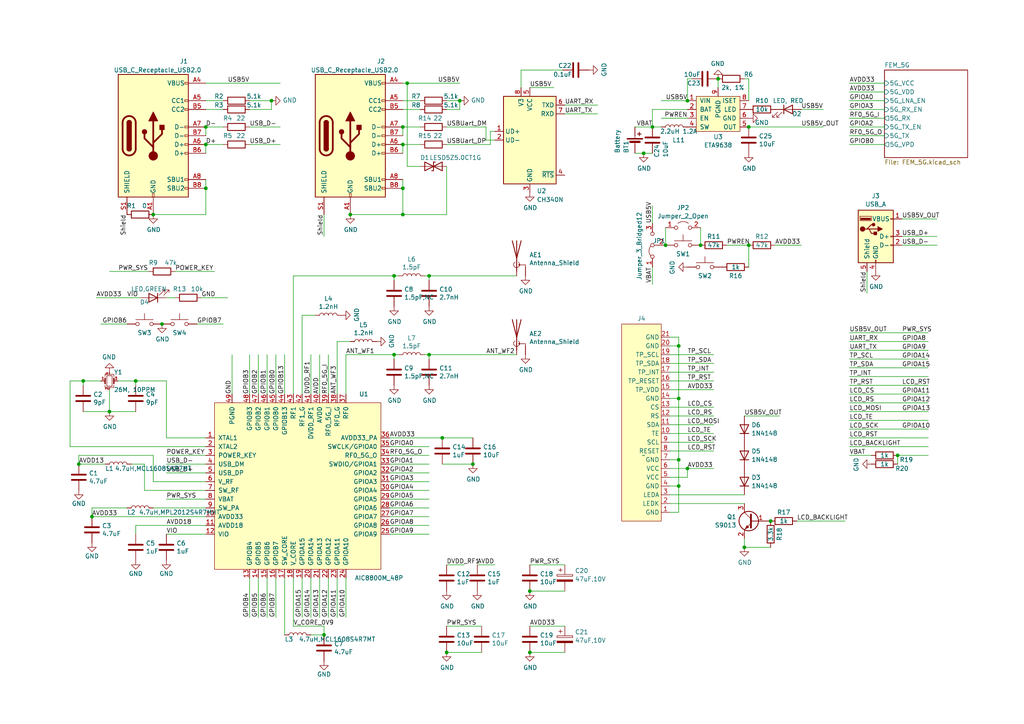
<source format=kicad_sch>
(kicad_sch (version 20230121) (generator eeschema)
  (paper "A4")
  (lib_symbols
    (symbol "Connector:USB_A" (pin_names (offset 1.016))
      (property "Reference" "J" (at -5.08 11.43 0))
      (property "Value" "USB_A" (at -5.08 8.89 0))
      (symbol "USB_A_1_1"
        (pin power_in line (at 7.62 5.08 180) (length 2.54) (name "VBUS") (number "1"))
        (pin bidirectional line (at 7.62 -2.54 180) (length 2.54) (name "D-") (number "2"))
        (pin bidirectional line (at 7.62 0 180) (length 2.54) (name "D+") (number "3"))
        (pin power_in line (at 0 -10.16 90) (length 2.54) (name "GND") (number "4"))
        (pin passive line (at -2.54 -10.16 90) (length 2.54) (name "Shield") (number "5"))
      )
    )
    (symbol "Connector:USB_C_Receptacle_USB2.0" (pin_names (offset 1.016))
      (property "Reference" "J" (at -10.16 19.05 0))
      (property "Value" "USB_C_Receptacle_USB2.0" (at 19.05 19.05 0))
      (symbol "USB_C_Receptacle_USB2.0_1_1"
        (pin passive line (at 0 -22.86 90) (length 5.08) (name "GND") (number "A1"))
        (pin passive line (at 0 -22.86 90) (length 5.08) hide (name "GND") (number "A12"))
        (pin passive line (at 15.24 15.24 180) (length 5.08) (name "VBUS") (number "A4"))
        (pin bidirectional line (at 15.24 10.16 180) (length 5.08) (name "CC1") (number "A5"))
        (pin bidirectional line (at 15.24 -2.54 180) (length 5.08) (name "D+") (number "A6"))
        (pin bidirectional line (at 15.24 2.54 180) (length 5.08) (name "D-") (number "A7"))
        (pin bidirectional line (at 15.24 -12.7 180) (length 5.08) (name "SBU1") (number "A8"))
        (pin passive line (at 15.24 15.24 180) (length 5.08) hide (name "VBUS") (number "A9"))
        (pin passive line (at 0 -22.86 90) (length 5.08) hide (name "GND") (number "B1"))
        (pin passive line (at 0 -22.86 90) (length 5.08) hide (name "GND") (number "B12"))
        (pin passive line (at 15.24 15.24 180) (length 5.08) hide (name "VBUS") (number "B4"))
        (pin bidirectional line (at 15.24 7.62 180) (length 5.08) (name "CC2") (number "B5"))
        (pin bidirectional line (at 15.24 -5.08 180) (length 5.08) (name "D+") (number "B6"))
        (pin bidirectional line (at 15.24 0 180) (length 5.08) (name "D-") (number "B7"))
        (pin bidirectional line (at 15.24 -15.24 180) (length 5.08) (name "SBU2") (number "B8"))
        (pin passive line (at 15.24 15.24 180) (length 5.08) hide (name "VBUS") (number "B9"))
        (pin passive line (at -7.62 -22.86 90) (length 5.08) (name "SHIELD") (number "S1"))
      )
    )
    (symbol "Device:Antenna_Shield" (pin_numbers hide) (pin_names (offset 1.016) hide)
      (property "Reference" "AE" (at -1.905 4.445 0))
      (property "Value" "Antenna_Shield" (at -1.905 2.54 0))
      (symbol "Antenna_Shield_1_1"
        (pin input line (at 0 -5.08 90) (length 2.54) (name "A") (number "1"))
        (pin input line (at 2.54 -5.08 90) (length 2.54) (name "Shield") (number "2"))
      )
    )
    (symbol "Device:Battery_Cell" (pin_numbers hide) (pin_names (offset 0) hide)
      (property "Reference" "BT" (at 2.54 2.54 0))
      (property "Value" "Battery_Cell" (at 2.54 0 0))
      (symbol "Battery_Cell_1_1"
        (pin passive line (at 0 5.08 270) (length 2.54) (name "+") (number "1"))
        (pin passive line (at 0 -2.54 90) (length 2.54) (name "-") (number "2"))
      )
    )
    (symbol "Device:C" (pin_numbers hide) (pin_names (offset 0.254))
      (property "Reference" "C" (at 0.635 2.54 0))
      (property "Value" "C" (at 0.635 -2.54 0))
      (symbol "C_1_1"
        (pin passive line (at 0 3.81 270) (length 2.794) (name "~") (number "1"))
        (pin passive line (at 0 -3.81 90) (length 2.794) (name "~") (number "2"))
      )
    )
    (symbol "Device:C_Polarized" (pin_numbers hide) (pin_names (offset 0.254))
      (property "Reference" "C" (at 0.635 2.54 0))
      (property "Value" "C_Polarized" (at 0.635 -2.54 0))
      (symbol "C_Polarized_1_1"
        (pin passive line (at 0 3.81 270) (length 2.794) (name "~") (number "1"))
        (pin passive line (at 0 -3.81 90) (length 2.794) (name "~") (number "2"))
      )
    )
    (symbol "Device:Crystal_GND24_Small" (pin_names (offset 1.016) hide)
      (property "Reference" "Y" (at 1.27 4.445 0))
      (property "Value" "Crystal_GND24_Small" (at 1.27 2.54 0))
      (symbol "Crystal_GND24_Small_1_1"
        (pin passive line (at -2.54 0 0) (length 1.27) (name "1") (number "1"))
        (pin passive line (at 0 -2.54 90) (length 0.635) (name "2") (number "2"))
        (pin passive line (at 2.54 0 180) (length 1.27) (name "3") (number "3"))
        (pin passive line (at 0 2.54 270) (length 0.635) (name "4") (number "4"))
      )
    )
    (symbol "Device:D_TVS" (pin_numbers hide) (pin_names (offset 1.016) hide)
      (property "Reference" "D" (at 0 2.54 0))
      (property "Value" "D_TVS" (at 0 -2.54 0))
      (symbol "D_TVS_1_1"
        (pin passive line (at -3.81 0 0) (length 2.54) (name "A1") (number "1"))
        (pin passive line (at 3.81 0 180) (length 2.54) (name "A2") (number "2"))
      )
    )
    (symbol "Device:L" (pin_numbers hide) (pin_names (offset 1.016) hide)
      (property "Reference" "L" (at -1.27 0 90))
      (property "Value" "L" (at 1.905 0 90))
      (symbol "L_1_1"
        (pin passive line (at 0 3.81 270) (length 1.27) (name "1") (number "1"))
        (pin passive line (at 0 -3.81 90) (length 1.27) (name "2") (number "2"))
      )
    )
    (symbol "Device:LED" (pin_numbers hide) (pin_names (offset 1.016) hide)
      (property "Reference" "D" (at 0 2.54 0))
      (property "Value" "LED" (at 0 -2.54 0))
      (symbol "LED_1_1"
        (pin passive line (at -3.81 0 0) (length 2.54) (name "K") (number "1"))
        (pin passive line (at 3.81 0 180) (length 2.54) (name "A") (number "2"))
      )
    )
    (symbol "Device:Q_NPN_BEC" (pin_names (offset 0) hide)
      (property "Reference" "Q" (at 5.08 1.27 0))
      (property "Value" "Q_NPN_BEC" (at 5.08 -1.27 0))
      (symbol "Q_NPN_BEC_1_1"
        (pin input line (at -5.08 0 0) (length 5.715) (name "B") (number "1"))
        (pin passive line (at 2.54 -5.08 90) (length 2.54) (name "E") (number "2"))
        (pin passive line (at 2.54 5.08 270) (length 2.54) (name "C") (number "3"))
      )
    )
    (symbol "Device:R" (pin_numbers hide) (pin_names (offset 0))
      (property "Reference" "R" (at 2.032 0 90))
      (property "Value" "R" (at 0 0 90))
      (symbol "R_1_1"
        (pin passive line (at 0 3.81 270) (length 1.27) (name "~") (number "1"))
        (pin passive line (at 0 -3.81 90) (length 1.27) (name "~") (number "2"))
      )
    )
    (symbol "Diode:1N4148" (pin_numbers hide) (pin_names hide)
      (property "Reference" "D" (at 0 2.54 0))
      (property "Value" "1N4148" (at 0 -2.54 0))
      (symbol "1N4148_1_1"
        (pin passive line (at -3.81 0 0) (length 2.54) (name "K") (number "1"))
        (pin passive line (at 3.81 0 180) (length 2.54) (name "A") (number "2"))
      )
    )
    (symbol "Jumper:Jumper_2_Open" (pin_names (offset 0) hide)
      (property "Reference" "JP" (at 0 2.794 0))
      (property "Value" "Jumper_2_Open" (at 0 -2.286 0))
      (symbol "Jumper_2_Open_1_1"
        (pin passive line (at -5.08 0 0) (length 2.54) (name "A") (number "1"))
        (pin passive line (at 5.08 0 180) (length 2.54) (name "B") (number "2"))
      )
    )
    (symbol "Jumper:Jumper_3_Bridged12" (pin_names (offset 0) hide)
      (property "Reference" "JP" (at -2.54 -2.54 0))
      (property "Value" "Jumper_3_Bridged12" (at 0 2.794 0))
      (symbol "Jumper_3_Bridged12_1_1"
        (pin passive line (at -6.35 0 0) (length 2.54) (name "A") (number "1"))
        (pin passive line (at 0 -3.81 90) (length 2.54) (name "C") (number "2"))
        (pin passive line (at 6.35 0 180) (length 2.54) (name "B") (number "3"))
      )
    )
    (symbol "Switch:SW_Push" (pin_numbers hide) (pin_names (offset 1.016) hide)
      (property "Reference" "SW" (at 1.27 2.54 0))
      (property "Value" "SW_Push" (at 0 -1.524 0))
      (symbol "SW_Push_0_1"
        (pin passive line (at -5.08 0 0) (length 2.54) (name "1") (number "1"))
        (pin passive line (at 5.08 0 180) (length 2.54) (name "2") (number "2"))
      )
    )
    (symbol "VSF:AIC8800M_48P" (pin_names (offset 1.016))
      (property "Reference" "U" (at 19.05 26.67 0))
      (property "Value" "AIC8800M_48P" (at 21.59 -25.4 0))
      (symbol "AIC8800M_48P_1_1"
        (pin bidirectional line (at -26.67 13.97 0) (length 2.54) (name "XTAL1") (number "1"))
        (pin power_in line (at -26.67 -8.89 0) (length 2.54) (name "AVDD33") (number "10"))
        (pin power_in line (at -26.67 -11.43 0) (length 2.54) (name "AVDD18") (number "11"))
        (pin power_in line (at -26.67 -13.97 0) (length 2.54) (name "VIO") (number "12"))
        (pin bidirectional line (at -13.97 -26.67 90) (length 2.54) (name "GPIOB4") (number "13"))
        (pin bidirectional line (at -11.43 -26.67 90) (length 2.54) (name "GPIOB5") (number "14"))
        (pin bidirectional line (at -8.89 -26.67 90) (length 2.54) (name "GPIOB6") (number "15"))
        (pin bidirectional line (at -6.35 -26.67 90) (length 2.54) (name "GPIOB7") (number "16"))
        (pin power_out line (at -3.81 -26.67 90) (length 2.54) (name "SW_CORE") (number "17"))
        (pin power_in line (at -1.27 -26.67 90) (length 2.54) (name "V_CORE") (number "18"))
        (pin bidirectional line (at 1.27 -26.67 90) (length 2.54) (name "GPIOA15") (number "19"))
        (pin bidirectional line (at -26.67 11.43 0) (length 2.54) (name "XTAL2") (number "2"))
        (pin bidirectional line (at 3.81 -26.67 90) (length 2.54) (name "GPIOA14") (number "20"))
        (pin bidirectional line (at 6.35 -26.67 90) (length 2.54) (name "GPIOA13") (number "21"))
        (pin bidirectional line (at 8.89 -26.67 90) (length 2.54) (name "GPIOA12") (number "22"))
        (pin bidirectional line (at 11.43 -26.67 90) (length 2.54) (name "GPIOA11") (number "23"))
        (pin bidirectional line (at 13.97 -26.67 90) (length 2.54) (name "GPIOA10") (number "24"))
        (pin bidirectional line (at 26.67 -13.97 180) (length 2.54) (name "GPIOA9") (number "25"))
        (pin bidirectional line (at 26.67 -11.43 180) (length 2.54) (name "GPIOA8") (number "26"))
        (pin bidirectional line (at 26.67 -8.89 180) (length 2.54) (name "GPIOA7") (number "27"))
        (pin bidirectional line (at 26.67 -6.35 180) (length 2.54) (name "GPIOA6") (number "28"))
        (pin bidirectional line (at 26.67 -3.81 180) (length 2.54) (name "GPIOA5") (number "29"))
        (pin input line (at -26.67 8.89 0) (length 2.54) (name "POWER_KEY") (number "3"))
        (pin bidirectional line (at 26.67 -1.27 180) (length 2.54) (name "GPIOA4") (number "30"))
        (pin bidirectional line (at 26.67 1.27 180) (length 2.54) (name "GPIOA3") (number "31"))
        (pin bidirectional line (at 26.67 3.81 180) (length 2.54) (name "GPIOA2") (number "32"))
        (pin bidirectional line (at 26.67 6.35 180) (length 2.54) (name "SWDIO/GPIOA1") (number "33"))
        (pin bidirectional line (at 26.67 8.89 180) (length 2.54) (name "RF0_5G_O") (number "34"))
        (pin bidirectional line (at 26.67 11.43 180) (length 2.54) (name "SWCLK/GPIOA0") (number "35"))
        (pin bidirectional line (at 26.67 13.97 180) (length 2.54) (name "AVDD33_PA") (number "36"))
        (pin bidirectional line (at 13.97 26.67 270) (length 2.54) (name "RF0") (number "37"))
        (pin bidirectional line (at 11.43 26.67 270) (length 2.54) (name "RF0_G") (number "38"))
        (pin bidirectional line (at 8.89 26.67 270) (length 2.54) (name "RF0_5G_I") (number "39"))
        (pin bidirectional line (at -26.67 6.35 0) (length 2.54) (name "USB_DM") (number "4"))
        (pin power_in line (at 6.35 26.67 270) (length 2.54) (name "AVDD") (number "40"))
        (pin power_in line (at 3.81 26.67 270) (length 2.54) (name "DVDD_RF1") (number "41"))
        (pin bidirectional line (at 1.27 26.67 270) (length 2.54) (name "RF1_G") (number "42"))
        (pin bidirectional line (at -1.27 26.67 270) (length 2.54) (name "RF1") (number "43"))
        (pin bidirectional line (at -3.81 26.67 270) (length 2.54) (name "GPIOB13") (number "44"))
        (pin bidirectional line (at -6.35 26.67 270) (length 2.54) (name "GPIOB0") (number "45"))
        (pin bidirectional line (at -8.89 26.67 270) (length 2.54) (name "GPIOB1") (number "46"))
        (pin bidirectional line (at -11.43 26.67 270) (length 2.54) (name "GPIOB2") (number "47"))
        (pin bidirectional line (at -13.97 26.67 270) (length 2.54) (name "GPIOB3") (number "48"))
        (pin power_in line (at -19.05 26.67 270) (length 2.54) (name "PGND") (number "49"))
        (pin bidirectional line (at -26.67 3.81 0) (length 2.54) (name "USB_DP") (number "5"))
        (pin power_in line (at -26.67 1.27 0) (length 2.54) (name "V_RF") (number "6"))
        (pin power_out line (at -26.67 -1.27 0) (length 2.54) (name "SW_RF") (number "7"))
        (pin power_in line (at -26.67 -3.81 0) (length 2.54) (name "VBAT") (number "8"))
        (pin power_out line (at -26.67 -6.35 0) (length 2.54) (name "SW_PA") (number "9"))
      )
    )
    (symbol "VSF:CH340N"
      (property "Reference" "U" (at -6.985 13.97 0))
      (property "Value" "CH340N" (at 5.08 13.97 0))
      (symbol "CH340N_1_1"
        (pin bidirectional line (at -10.16 2.54 0) (length 2.54) (name "UD+") (number "1"))
        (pin bidirectional line (at -10.16 0 0) (length 2.54) (name "UD-") (number "2"))
        (pin power_in line (at 0 -15.24 90) (length 2.54) (name "GND") (number "3"))
        (pin output line (at 10.16 -10.16 180) (length 2.54) (name "~{RTS}") (number "4"))
        (pin power_in line (at 0 15.24 270) (length 2.54) (name "VCC") (number "5"))
        (pin output line (at 10.16 10.16 180) (length 2.54) (name "TXD") (number "6"))
        (pin input line (at 10.16 7.62 180) (length 2.54) (name "RXD") (number "7"))
        (pin passive line (at -2.54 15.24 270) (length 2.54) (name "V3") (number "8"))
      )
    )
    (symbol "VSF:ETA9638" (pin_names (offset 1.016))
      (property "Reference" "U" (at -5.08 6.35 0))
      (property "Value" "ETA9638" (at 3.81 -6.35 0))
      (symbol "ETA9638_1_1"
        (pin power_in line (at -8.89 3.81 0) (length 2.54) (name "VIN") (number "1"))
        (pin bidirectional line (at -8.89 1.27 0) (length 2.54) (name "BAT") (number "2"))
        (pin bidirectional line (at -8.89 -1.27 0) (length 2.54) (name "EN") (number "3"))
        (pin bidirectional line (at -8.89 -3.81 0) (length 2.54) (name "SW") (number "4"))
        (pin bidirectional line (at 8.89 -3.81 180) (length 2.54) (name "OUT") (number "5"))
        (pin power_in line (at 8.89 -1.27 180) (length 2.54) (name "GND") (number "6"))
        (pin bidirectional line (at 8.89 1.27 180) (length 2.54) (name "LED") (number "7"))
        (pin bidirectional line (at 8.89 3.81 180) (length 2.54) (name "ISET") (number "8"))
        (pin power_in line (at 0 7.62 270) (length 2.54) (name "PGND") (number "9"))
      )
    )
    (symbol "VSF:HXR20062C21"
      (property "Reference" "J" (at -6.35 30.48 0))
      (symbol "HXR20062C21_1_1"
        (pin input line (at 2.54 -25.4 180) (length 2.54) (name "GND") (number "1"))
        (pin input line (at 2.54 -2.54 180) (length 2.54) (name "TE") (number "10"))
        (pin input line (at 2.54 0 180) (length 2.54) (name "SDA") (number "11"))
        (pin input line (at 2.54 2.54 180) (length 2.54) (name "RS") (number "12"))
        (pin input line (at 2.54 5.08 180) (length 2.54) (name "CS") (number "13"))
        (pin input line (at 2.54 7.62 180) (length 2.54) (name "GND") (number "14"))
        (pin input line (at 2.54 10.16 180) (length 2.54) (name "TP_VDD") (number "15"))
        (pin input line (at 2.54 12.7 180) (length 2.54) (name "TP_RESET") (number "16"))
        (pin input line (at 2.54 15.24 180) (length 2.54) (name "TP_INT") (number "17"))
        (pin input line (at 2.54 17.78 180) (length 2.54) (name "TP_SDA") (number "18"))
        (pin input line (at 2.54 20.32 180) (length 2.54) (name "TP_SCL") (number "19"))
        (pin input line (at 2.54 -22.86 180) (length 2.54) (name "LEDK") (number "2"))
        (pin input line (at 2.54 22.86 180) (length 2.54) (name "GND") (number "20"))
        (pin input line (at 2.54 25.4 180) (length 2.54) (name "GND") (number "21"))
        (pin input line (at 2.54 -20.32 180) (length 2.54) (name "LEDA") (number "3"))
        (pin input line (at 2.54 -17.78 180) (length 2.54) (name "GND") (number "4"))
        (pin input line (at 2.54 -15.24 180) (length 2.54) (name "VCC") (number "5"))
        (pin input line (at 2.54 -12.7 180) (length 2.54) (name "VCC") (number "6"))
        (pin input line (at 2.54 -10.16 180) (length 2.54) (name "GND") (number "7"))
        (pin input line (at 2.54 -7.62 180) (length 2.54) (name "RESET") (number "8"))
        (pin input line (at 2.54 -5.08 180) (length 2.54) (name "SCL") (number "9"))
      )
    )
    (symbol "power:GND" (power) (pin_names (offset 0))
      (property "Value" "GND" (at 0 -3.81 0))
      (symbol "GND_1_1"
        (pin power_in line (at 0 0 270) (length 0) hide (name "GND") (number "1"))
      )
    )
  )
  (junction (at 137.16 134.62))
  (junction (at 101.6 62.23))
  (junction (at 59.69 41.91))
  (junction (at 153.67 189.23))
  (junction (at 215.9 158.75))
  (junction (at 133.35 29.21))
  (junction (at 196.85 133.35))
  (junction (at 59.69 54.61))
  (junction (at 208.28 22.86))
  (junction (at 193.04 71.12))
  (junction (at 46.99 93.98))
  (junction (at 186.69 44.45))
  (junction (at 199.39 135.89))
  (junction (at 129.54 189.23))
  (junction (at 217.17 71.12))
  (junction (at 203.2 71.12))
  (junction (at 124.46 102.87))
  (junction (at 196.85 100.33))
  (junction (at 196.85 140.97))
  (junction (at 116.84 41.91))
  (junction (at 124.46 80.01))
  (junction (at 114.3 102.87))
  (junction (at 260.35 132.08))
  (junction (at 116.84 62.23))
  (junction (at 223.52 151.13))
  (junction (at 153.67 171.45))
  (junction (at 116.84 36.83))
  (junction (at 24.13 110.49))
  (junction (at 196.85 115.57))
  (junction (at 118.11 24.13))
  (junction (at 199.39 29.21))
  (junction (at 31.75 119.38))
  (junction (at 26.67 149.86))
  (junction (at 78.74 29.21))
  (junction (at 22.86 134.62))
  (junction (at 93.98 184.15))
  (junction (at 116.84 54.61))
  (junction (at 128.27 127))
  (junction (at 44.45 62.23))
  (junction (at 59.69 36.83))
  (junction (at 189.23 36.83))
  (junction (at 39.37 110.49))
  (junction (at 114.3 80.01))
  (junction (at 217.17 36.83))
  (wire (pts (xy 199.39 29.21) (xy 199.39 22.86)))
  (wire (pts (xy 82.55 167.64) (xy 82.55 184.15)))
  (wire (pts (xy 118.11 48.26) (xy 118.11 24.13)))
  (wire (pts (xy 208.28 22.86) (xy 208.28 25.4)))
  (wire (pts (xy 116.84 24.13) (xy 118.11 24.13)))
  (wire (pts (xy 74.93 179.07) (xy 74.93 167.64)))
  (wire (pts (xy 124.46 154.94) (xy 113.03 154.94)))
  (wire (pts (xy 123.19 102.87) (xy 124.46 102.87)))
  (wire (pts (xy 58.42 86.36) (xy 66.04 86.36)))
  (wire (pts (xy 59.69 54.61) (xy 59.69 62.23)))
  (wire (pts (xy 74.93 114.3) (xy 74.93 102.87)))
  (wire (pts (xy 231.14 151.13) (xy 245.11 151.13)))
  (wire (pts (xy 59.69 44.45) (xy 59.69 41.91)))
  (wire (pts (xy 186.69 44.45) (xy 189.23 44.45)))
  (wire (pts (xy 189.23 31.75) (xy 189.23 36.83)))
  (wire (pts (xy 163.83 171.45) (xy 153.67 171.45)))
  (wire (pts (xy 124.46 102.87) (xy 149.86 102.87)))
  (wire (pts (xy 194.31 138.43) (xy 199.39 138.43)))
  (wire (pts (xy 261.62 63.5) (xy 271.78 63.5)))
  (wire (pts (xy 163.83 189.23) (xy 153.67 189.23)))
  (wire (pts (xy 77.47 179.07) (xy 77.47 167.64)))
  (wire (pts (xy 224.79 71.12) (xy 232.41 71.12)))
  (wire (pts (xy 246.38 132.08) (xy 252.73 132.08)))
  (wire (pts (xy 124.46 102.87) (xy 124.46 104.14)))
  (wire (pts (xy 20.32 129.54) (xy 20.32 110.49)))
  (wire (pts (xy 246.38 39.37) (xy 256.54 39.37)))
  (wire (pts (xy 64.77 31.75) (xy 59.69 31.75)))
  (wire (pts (xy 101.6 62.23) (xy 116.84 62.23)))
  (wire (pts (xy 194.31 146.05) (xy 215.9 146.05)))
  (wire (pts (xy 196.85 100.33) (xy 194.31 100.33)))
  (wire (pts (xy 194.31 143.51) (xy 215.9 143.51)))
  (wire (pts (xy 246.38 26.67) (xy 256.54 26.67)))
  (wire (pts (xy 48.26 110.49) (xy 48.26 127)))
  (wire (pts (xy 246.38 101.6) (xy 269.24 101.6)))
  (wire (pts (xy 80.01 179.07) (xy 80.01 167.64)))
  (wire (pts (xy 22.86 132.08) (xy 22.86 134.62)))
  (wire (pts (xy 59.69 132.08) (xy 48.26 132.08)))
  (wire (pts (xy 251.46 78.74) (xy 251.46 85.09)))
  (wire (pts (xy 246.38 36.83) (xy 256.54 36.83)))
  (wire (pts (xy 26.67 147.32) (xy 26.67 149.86)))
  (wire (pts (xy 194.31 102.87) (xy 207.01 102.87)))
  (wire (pts (xy 20.32 110.49) (xy 24.13 110.49)))
  (wire (pts (xy 215.9 22.86) (xy 217.17 22.86)))
  (wire (pts (xy 260.35 132.08) (xy 260.35 134.62)))
  (wire (pts (xy 24.13 119.38) (xy 31.75 119.38)))
  (wire (pts (xy 194.31 135.89) (xy 199.39 135.89)))
  (wire (pts (xy 191.77 34.29) (xy 199.39 34.29)))
  (wire (pts (xy 121.92 31.75) (xy 116.84 31.75)))
  (wire (pts (xy 57.15 93.98) (xy 64.77 93.98)))
  (wire (pts (xy 44.45 147.32) (xy 59.69 147.32)))
  (wire (pts (xy 97.79 99.06) (xy 101.6 99.06)))
  (wire (pts (xy 64.77 29.21) (xy 59.69 29.21)))
  (wire (pts (xy 189.23 36.83) (xy 191.77 36.83)))
  (wire (pts (xy 116.84 41.91) (xy 116.84 44.45)))
  (wire (pts (xy 114.3 81.28) (xy 114.3 80.01)))
  (wire (pts (xy 95.25 114.3) (xy 95.25 102.87)))
  (wire (pts (xy 194.31 128.27) (xy 207.01 128.27)))
  (wire (pts (xy 97.79 179.07) (xy 97.79 167.64)))
  (wire (pts (xy 90.17 184.15) (xy 93.98 184.15)))
  (wire (pts (xy 116.84 54.61) (xy 116.84 62.23)))
  (wire (pts (xy 44.45 139.7) (xy 59.69 139.7)))
  (wire (pts (xy 26.67 147.32) (xy 36.83 147.32)))
  (wire (pts (xy 41.91 142.24) (xy 41.91 134.62)))
  (wire (pts (xy 97.79 99.06) (xy 97.79 114.3)))
  (wire (pts (xy 246.38 96.52) (xy 269.24 96.52)))
  (wire (pts (xy 217.17 36.83) (xy 238.76 36.83)))
  (wire (pts (xy 26.67 149.86) (xy 59.69 149.86)))
  (wire (pts (xy 194.31 107.95) (xy 207.01 107.95)))
  (wire (pts (xy 138.43 163.83) (xy 143.51 163.83)))
  (wire (pts (xy 80.01 114.3) (xy 80.01 102.87)))
  (wire (pts (xy 85.09 167.64) (xy 85.09 181.61)))
  (wire (pts (xy 92.71 179.07) (xy 92.71 167.64)))
  (wire (pts (xy 115.57 102.87) (xy 114.3 102.87)))
  (wire (pts (xy 128.27 127) (xy 137.16 127)))
  (wire (pts (xy 72.39 31.75) (xy 78.74 31.75)))
  (wire (pts (xy 246.38 29.21) (xy 256.54 29.21)))
  (wire (pts (xy 196.85 148.59) (xy 196.85 140.97)))
  (wire (pts (xy 153.67 163.83) (xy 163.83 163.83)))
  (wire (pts (xy 129.54 163.83) (xy 134.62 163.83)))
  (wire (pts (xy 116.84 52.07) (xy 116.84 54.61)))
  (wire (pts (xy 210.82 71.12) (xy 217.17 71.12)))
  (wire (pts (xy 90.17 102.87) (xy 90.17 114.3)))
  (wire (pts (xy 44.45 132.08) (xy 22.86 132.08)))
  (wire (pts (xy 153.67 25.4) (xy 160.655 25.4)))
  (wire (pts (xy 34.29 110.49) (xy 39.37 110.49)))
  (wire (pts (xy 118.11 48.26) (xy 121.92 48.26)))
  (wire (pts (xy 72.39 179.07) (xy 72.39 167.64)))
  (wire (pts (xy 129.54 48.26) (xy 129.54 62.23)))
  (wire (pts (xy 121.92 29.21) (xy 116.84 29.21)))
  (wire (pts (xy 133.35 31.75) (xy 133.35 29.21)))
  (wire (pts (xy 246.38 119.38) (xy 269.24 119.38)))
  (wire (pts (xy 77.47 114.3) (xy 77.47 102.87)))
  (wire (pts (xy 39.37 152.4) (xy 39.37 154.94)))
  (wire (pts (xy 194.31 118.11) (xy 207.01 118.11)))
  (wire (pts (xy 246.38 127) (xy 269.24 127)))
  (wire (pts (xy 123.19 80.01) (xy 124.46 80.01)))
  (wire (pts (xy 24.13 110.49) (xy 29.21 110.49)))
  (wire (pts (xy 189.23 77.47) (xy 189.23 82.55)))
  (wire (pts (xy 100.33 102.87) (xy 114.3 102.87)))
  (wire (pts (xy 129.54 36.83) (xy 140.97 36.83)))
  (wire (pts (xy 246.38 109.22) (xy 269.24 109.22)))
  (wire (pts (xy 124.46 147.32) (xy 113.03 147.32)))
  (wire (pts (xy 59.69 41.91) (xy 64.77 41.91)))
  (wire (pts (xy 59.69 127) (xy 48.26 127)))
  (wire (pts (xy 153.67 181.61) (xy 163.83 181.61)))
  (wire (pts (xy 114.3 104.14) (xy 114.3 102.87)))
  (wire (pts (xy 124.46 134.62) (xy 113.03 134.62)))
  (wire (pts (xy 27.94 86.36) (xy 40.64 86.36)))
  (wire (pts (xy 246.38 124.46) (xy 269.24 124.46)))
  (wire (pts (xy 59.69 134.62) (xy 48.26 134.62)))
  (wire (pts (xy 59.69 137.16) (xy 48.26 137.16)))
  (wire (pts (xy 246.38 121.92) (xy 269.24 121.92)))
  (wire (pts (xy 194.31 125.73) (xy 207.01 125.73)))
  (wire (pts (xy 140.97 36.83) (xy 140.97 40.64)))
  (wire (pts (xy 246.38 34.29) (xy 256.54 34.29)))
  (wire (pts (xy 85.09 80.01) (xy 114.3 80.01)))
  (wire (pts (xy 93.98 62.23) (xy 93.98 68.58)))
  (wire (pts (xy 87.63 91.44) (xy 91.44 91.44)))
  (wire (pts (xy 163.83 30.48) (xy 173.355 30.48)))
  (wire (pts (xy 261.62 68.58) (xy 271.78 68.58)))
  (wire (pts (xy 116.84 36.83) (xy 116.84 39.37)))
  (wire (pts (xy 151.13 20.32) (xy 151.13 25.4)))
  (wire (pts (xy 95.25 179.07) (xy 95.25 167.64)))
  (wire (pts (xy 59.69 24.13) (xy 81.28 24.13)))
  (wire (pts (xy 90.17 179.07) (xy 90.17 167.64)))
  (wire (pts (xy 121.92 41.91) (xy 116.84 41.91)))
  (wire (pts (xy 163.83 33.02) (xy 173.355 33.02)))
  (wire (pts (xy 215.9 120.65) (xy 226.06 120.65)))
  (wire (pts (xy 124.46 129.54) (xy 113.03 129.54)))
  (wire (pts (xy 87.63 179.07) (xy 87.63 167.64)))
  (wire (pts (xy 191.77 29.21) (xy 199.39 29.21)))
  (wire (pts (xy 124.46 142.24) (xy 113.03 142.24)))
  (wire (pts (xy 29.21 93.98) (xy 36.83 93.98)))
  (wire (pts (xy 194.31 148.59) (xy 196.85 148.59)))
  (wire (pts (xy 31.75 78.74) (xy 43.18 78.74)))
  (wire (pts (xy 31.75 113.03) (xy 31.75 119.38)))
  (wire (pts (xy 194.31 110.49) (xy 207.01 110.49)))
  (wire (pts (xy 217.17 29.21) (xy 217.17 22.86)))
  (wire (pts (xy 196.85 133.35) (xy 196.85 115.57)))
  (wire (pts (xy 232.41 31.75) (xy 238.76 31.75)))
  (wire (pts (xy 50.8 78.74) (xy 62.23 78.74)))
  (wire (pts (xy 59.69 52.07) (xy 59.69 54.61)))
  (wire (pts (xy 59.69 39.37) (xy 59.69 36.83)))
  (wire (pts (xy 142.24 38.1) (xy 143.51 38.1)))
  (wire (pts (xy 124.46 80.01) (xy 124.46 81.28)))
  (wire (pts (xy 48.26 154.94) (xy 59.69 154.94)))
  (wire (pts (xy 72.39 29.21) (xy 78.74 29.21)))
  (wire (pts (xy 199.39 31.75) (xy 189.23 31.75)))
  (wire (pts (xy 92.71 114.3) (xy 92.71 102.87)))
  (wire (pts (xy 223.52 158.75) (xy 215.9 158.75)))
  (wire (pts (xy 246.38 99.06) (xy 269.24 99.06)))
  (wire (pts (xy 93.98 181.61) (xy 93.98 184.15)))
  (wire (pts (xy 194.31 123.19) (xy 207.01 123.19)))
  (wire (pts (xy 59.69 144.78) (xy 48.26 144.78)))
  (wire (pts (xy 129.54 181.61) (xy 139.7 181.61)))
  (wire (pts (xy 118.11 24.13) (xy 133.35 24.13)))
  (wire (pts (xy 194.31 130.81) (xy 207.01 130.81)))
  (wire (pts (xy 116.84 36.83) (xy 121.92 36.83)))
  (wire (pts (xy 194.31 140.97) (xy 196.85 140.97)))
  (wire (pts (xy 85.09 181.61) (xy 93.98 181.61)))
  (wire (pts (xy 128.27 134.62) (xy 137.16 134.62)))
  (wire (pts (xy 193.04 66.04) (xy 193.04 71.12)))
  (wire (pts (xy 87.63 91.44) (xy 87.63 114.3)))
  (wire (pts (xy 246.38 31.75) (xy 256.54 31.75)))
  (wire (pts (xy 129.54 41.91) (xy 142.24 41.91)))
  (wire (pts (xy 196.85 115.57) (xy 196.85 100.33)))
  (wire (pts (xy 246.38 24.13) (xy 256.54 24.13)))
  (wire (pts (xy 246.38 114.3) (xy 269.24 114.3)))
  (wire (pts (xy 194.31 105.41) (xy 207.01 105.41)))
  (wire (pts (xy 124.46 80.01) (xy 149.86 80.01)))
  (wire (pts (xy 246.38 41.91) (xy 256.54 41.91)))
  (wire (pts (xy 129.54 31.75) (xy 133.35 31.75)))
  (wire (pts (xy 215.9 156.21) (xy 215.9 158.75)))
  (wire (pts (xy 44.45 62.23) (xy 59.69 62.23)))
  (wire (pts (xy 142.24 41.91) (xy 142.24 38.1)))
  (wire (pts (xy 246.38 106.68) (xy 269.24 106.68)))
  (wire (pts (xy 199.39 135.89) (xy 207.01 135.89)))
  (wire (pts (xy 140.97 40.64) (xy 143.51 40.64)))
  (wire (pts (xy 196.85 97.79) (xy 196.85 100.33)))
  (wire (pts (xy 78.74 31.75) (xy 78.74 29.21)))
  (wire (pts (xy 194.31 97.79) (xy 196.85 97.79)))
  (wire (pts (xy 50.8 86.36) (xy 48.26 86.36)))
  (wire (pts (xy 246.38 116.84) (xy 269.24 116.84)))
  (wire (pts (xy 129.54 29.21) (xy 133.35 29.21)))
  (wire (pts (xy 39.37 110.49) (xy 39.37 111.76)))
  (wire (pts (xy 72.39 36.83) (xy 81.28 36.83)))
  (wire (pts (xy 113.03 132.08) (xy 124.46 132.08)))
  (wire (pts (xy 151.13 20.32) (xy 163.195 20.32)))
  (wire (pts (xy 203.2 66.04) (xy 203.2 71.12)))
  (wire (pts (xy 59.69 36.83) (xy 64.77 36.83)))
  (wire (pts (xy 129.54 62.23) (xy 116.84 62.23)))
  (wire (pts (xy 260.35 132.08) (xy 269.24 132.08)))
  (wire (pts (xy 20.32 129.54) (xy 59.69 129.54)))
  (wire (pts (xy 196.85 140.97) (xy 196.85 133.35)))
  (wire (pts (xy 184.15 44.45) (xy 186.69 44.45)))
  (wire (pts (xy 113.03 127) (xy 128.27 127)))
  (wire (pts (xy 124.46 144.78) (xy 113.03 144.78)))
  (wire (pts (xy 124.46 152.4) (xy 113.03 152.4)))
  (wire (pts (xy 194.31 113.03) (xy 207.01 113.03)))
  (wire (pts (xy 41.91 142.24) (xy 59.69 142.24)))
  (wire (pts (xy 189.23 59.69) (xy 189.23 64.77)))
  (wire (pts (xy 124.46 139.7) (xy 113.03 139.7)))
  (wire (pts (xy 124.46 137.16) (xy 113.03 137.16)))
  (wire (pts (xy 246.38 104.14) (xy 269.24 104.14)))
  (wire (pts (xy 194.31 133.35) (xy 196.85 133.35)))
  (wire (pts (xy 24.13 111.76) (xy 24.13 110.49)))
  (wire (pts (xy 199.39 135.89) (xy 199.39 138.43)))
  (wire (pts (xy 39.37 152.4) (xy 59.69 152.4)))
  (wire (pts (xy 44.45 139.7) (xy 44.45 132.08)))
  (wire (pts (xy 139.7 189.23) (xy 129.54 189.23)))
  (wire (pts (xy 115.57 80.01) (xy 114.3 80.01)))
  (wire (pts (xy 194.31 120.65) (xy 207.01 120.65)))
  (wire (pts (xy 72.39 114.3) (xy 72.39 102.87)))
  (wire (pts (xy 261.62 71.12) (xy 271.78 71.12)))
  (wire (pts (xy 246.38 111.76) (xy 269.24 111.76)))
  (wire (pts (xy 199.39 22.86) (xy 200.66 22.86)))
  (wire (pts (xy 30.48 134.62) (xy 22.86 134.62)))
  (wire (pts (xy 41.91 134.62) (xy 38.1 134.62)))
  (wire (pts (xy 196.85 115.57) (xy 194.31 115.57)))
  (wire (pts (xy 85.09 80.01) (xy 85.09 114.3)))
  (wire (pts (xy 184.15 36.83) (xy 189.23 36.83)))
  (wire (pts (xy 67.31 114.3) (xy 67.31 102.87)))
  (wire (pts (xy 100.33 179.07) (xy 100.33 167.64)))
  (wire (pts (xy 246.38 129.54) (xy 269.24 129.54)))
  (wire (pts (xy 82.55 114.3) (xy 82.55 102.87)))
  (wire (pts (xy 72.39 41.91) (xy 81.28 41.91)))
  (wire (pts (xy 39.37 110.49) (xy 48.26 110.49)))
  (wire (pts (xy 217.17 71.12) (xy 217.17 77.47)))
  (wire (pts (xy 124.46 149.86) (xy 113.03 149.86)))
  (wire (pts (xy 31.75 119.38) (xy 39.37 119.38)))
  (wire (pts (xy 100.33 114.3) (xy 100.33 102.87)))
  (label "AVDD33" (at 113.03 127 0))
  (label "GPIOA2" (at 113.03 137.16 0))
  (label "RF0_5G_O" (at 113.03 132.08 0))
  (label "PWR_SYS" (at 129.54 181.61 0))
  (label "GPIOA12" (at 95.25 179.07 90))
  (label "GPIOA2" (at 246.38 36.83 0))
  (label "UART_TX" (at 246.38 101.6 0))
  (label "AVDD" (at 138.43 163.83 0))
  (label "USB_D-" (at 72.39 36.83 0))
  (label "RF0_5G_O" (at 246.38 39.37 0))
  (label "RF0_5G_I" (at 246.38 34.29 0))
  (label "ANT_WF3" (at 97.79 114.3 90))
  (label "USB5V_OUT" (at 215.9 120.65 0))
  (label "PWR_SYS" (at 261.62 96.52 0))
  (label "POWER_KEY" (at 48.26 132.08 0))
  (label "TP_SDA" (at 199.39 105.41 0))
  (label "LCD_BACKLIGHT" (at 231.14 151.13 0))
  (label "GND" (at 67.31 114.3 90))
  (label "GPIOB2" (at 74.93 114.3 90))
  (label "GPIOB7" (at 57.15 93.98 0))
  (label "GPIOA0" (at 246.38 29.21 0))
  (label "GPIOA7" (at 113.03 149.86 0))
  (label "GPIOB7" (at 80.01 179.07 90))
  (label "GPIOA9" (at 261.62 101.6 0))
  (label "GPIOA15" (at 261.62 106.68 0))
  (label "AVDD33" (at 199.39 113.03 0))
  (label "USB5V" (at 66.04 24.13 0))
  (label "GPIOA1" (at 113.03 134.62 0))
  (label "USB5V" (at 199.39 29.21 180))
  (label "GPIOA4" (at 113.03 142.24 0))
  (label "Shield" (at 93.98 62.23 270))
  (label "GPIOA5" (at 113.03 144.78 0))
  (label "USB5V" (at 127 24.13 0))
  (label "VIO" (at 36.83 86.36 0))
  (label "TP_SCL" (at 199.39 102.87 0))
  (label "USB5V_OUT" (at 261.62 63.5 0))
  (label "GPIOA10" (at 100.33 179.07 90))
  (label "TP_SDA" (at 246.38 106.68 0))
  (label "GPIOB6" (at 77.47 179.07 90))
  (label "GPIOA14" (at 261.62 104.14 0))
  (label "GPIOA6" (at 113.03 147.32 0))
  (label "LCD_BACKLIGHT" (at 246.38 129.54 0))
  (label "PWR_SYS" (at 48.26 144.78 0))
  (label "LCD_CS" (at 246.38 114.3 0))
  (label "VBAT" (at 246.38 132.08 0))
  (label "GPIOA9" (at 113.03 154.94 0))
  (label "PWREN" (at 210.82 71.12 0))
  (label "USB_D+" (at 261.62 68.58 0))
  (label "TP_RST" (at 199.39 110.49 0))
  (label "TP_INT" (at 199.39 107.95 0))
  (label "LCD_MOSI" (at 246.38 119.38 0))
  (label "GPIOA3" (at 113.03 139.7 0))
  (label "AVDD13" (at 22.86 134.62 0))
  (label "GPIOA0" (at 113.03 129.54 0))
  (label "GND" (at 58.42 86.36 0))
  (label "TP_INT" (at 246.38 109.22 0))
  (label "LCD_SCK" (at 199.39 128.27 0))
  (label "PWR_SYS" (at 153.67 163.83 0))
  (label "LCD_TE" (at 199.39 125.73 0))
  (label "USB_D+" (at 72.39 41.91 0))
  (label "GPIOA3" (at 246.38 31.75 0))
  (label "LCD_MOSI" (at 199.39 123.19 0))
  (label "RF0_5G_I" (at 95.25 114.3 90))
  (label "USB5V" (at 189.23 64.77 90))
  (label "PWR_SYS" (at 34.29 78.74 0))
  (label "AVDD18" (at 48.26 152.4 0))
  (label "Shield" (at 36.83 62.23 270))
  (label "AVDD33" (at 153.67 181.61 0))
  (label "AVDD33" (at 224.79 71.12 0))
  (label "GPIOB5" (at 74.93 179.07 90))
  (label "TP_RST" (at 246.38 111.76 0))
  (label "GPIOA10" (at 261.62 124.46 0))
  (label "GPIOA11" (at 97.79 179.07 90))
  (label "TP_SCL" (at 246.38 104.14 0))
  (label "GPIOA14" (at 90.17 179.07 90))
  (label "GPIOB3" (at 72.39 114.3 90))
  (label "GPIOB13" (at 82.55 114.3 90))
  (label "GPIOA12" (at 261.62 116.84 0))
  (label "LCD_RST" (at 261.62 111.76 0))
  (label "USB5V_OUT" (at 232.41 36.83 0))
  (label "GPIOB0" (at 246.38 41.91 0))
  (label "USBUart_DM" (at 129.54 36.83 0))
  (label "LCD_CS" (at 199.39 118.11 0))
  (label "GPIOB1" (at 77.47 114.3 90))
  (label "POWER_KEY" (at 50.8 78.74 0))
  (label "DVDD_RF1" (at 90.17 114.3 90))
  (label "USB5V" (at 153.67 25.4 0))
  (label "GPIOB6" (at 36.83 93.98 180))
  (label "LCD_RS" (at 246.38 116.84 0))
  (label "GPIOA11" (at 261.62 114.3 0))
  (label "UART_TX" (at 163.83 33.02 0))
  (label "UART_RX" (at 163.83 30.48 0))
  (label "ANT_WF1" (at 100.33 102.87 0))
  (label "Shield" (at 251.46 78.74 270))
  (label "VBAT" (at 189.23 36.83 180))
  (label "GPIOB4" (at 72.39 179.07 90))
  (label "AVDD33" (at 27.94 86.36 0))
  (label "LCD_TE" (at 246.38 121.92 0))
  (label "USB_D+" (at 48.26 137.16 0))
  (label "VIO" (at 48.26 154.94 0))
  (label "USB_D-" (at 48.26 134.62 0))
  (label "DVDD_RF1" (at 129.54 163.83 0))
  (label "AVDD33" (at 199.39 135.89 0))
  (label "USB_D-" (at 261.62 71.12 0))
  (label "USBUart_DP" (at 129.54 41.91 0))
  (label "VBAT" (at 189.23 77.47 270))
  (label "USB5V_OUT" (at 246.38 96.52 0))
  (label "GPIOA8" (at 113.03 152.4 0))
  (label "AVDD33" (at 246.38 26.67 0))
  (label "LCD_RS" (at 199.39 120.65 0))
  (label "GPIOB0" (at 80.01 114.3 90))
  (label "LCD_RST" (at 199.39 130.81 0))
  (label "PWREN" (at 199.39 34.29 180))
  (label "D+" (at 59.69 41.91 0))
  (label "GPIOA13" (at 92.71 179.07 90))
  (label "UART_RX" (at 246.38 99.06 0))
  (label "GPIOA13" (at 261.62 119.38 0))
  (label "GPIOA8" (at 261.62 99.06 0))
  (label "D-" (at 59.69 36.83 0))
  (label "USB5V" (at 232.41 31.75 0))
  (label "LCD_SCK" (at 246.38 124.46 0))
  (label "AVDD" (at 92.71 114.3 90))
  (label "ANT_WF2" (at 140.97 102.87 0))
  (label "V_CORE_0V9" (at 85.09 181.61 0))
  (label "AVDD33" (at 246.38 24.13 0))
  (label "LCD_RST" (at 246.38 127 0))
  (label "AVDD33" (at 26.67 149.86 0))
  (label "GPIOA15" (at 87.63 179.07 90))
  (symbol (lib_id "power:GND") (at 114.3 111.76 0) (unit 1)
    (property "Reference" "#PWR015" (effects hide))
    (property "Value" "GND" (at 114.427 116.1542 0))
  )
  (symbol (lib_id "power:GND") (at 152.4 102.87 0) (unit 1)
    (property "Reference" "#PWR023" (effects hide))
    (property "Value" "GND" (at 152.527 107.2642 0))
  )
  (symbol (lib_id "Device:D_TVS") (at 125.73 48.26 180) (unit 1)
    (property "Reference" "D1" (at 123.19 45.72 0))
    (property "Value" "LESD5Z5.0CT1G" (at 132.08 45.72 0))
    (property "Footprint" "Diode_SMD:D_SOD-523" (effects hide))
  )
  (symbol (lib_id "power:GND") (at 31.75 107.95 180) (unit 1)
    (property "Reference" "#PWR04" (effects hide))
    (property "Value" "GND" (at 31.623 103.5558 0))
  )
  (symbol (lib_id "power:GND") (at 22.86 142.24 0) (unit 1)
    (property "Reference" "#PWR01" (effects hide))
    (property "Value" "GND" (at 22.86 146.05 0))
  )
  (symbol (lib_id "Device:L") (at 40.64 147.32 90) (unit 1)
    (property "Reference" "L2" (at 38.1 148.59 90))
    (property "Value" "4.7uH,MPL2012S4R7MHT" (at 52.07 148.59 90))
    (property "Footprint" "Inductor_SMD:L_0805_2012Metric" (effects hide))
  )
  (symbol (lib_id "Device:L") (at 86.36 184.15 90) (unit 1)
    (property "Reference" "L3" (at 83.82 185.42 90))
    (property "Value" "4.7uH,MCL1608S4R7MT" (at 97.79 185.42 90))
    (property "Footprint" "Inductor_SMD:L_0603_1608Metric" (effects hide))
  )
  (symbol (lib_id "Device:R") (at 68.58 41.91 270) (unit 1)
    (property "Reference" "R5" (at 66.04 39.37 90))
    (property "Value" "22" (at 69.85 39.37 90))
    (property "Footprint" "Resistor_SMD:R_0402_1005Metric" (effects hide))
  )
  (symbol (lib_id "Device:C") (at 128.27 130.81 0) (unit 1)
    (property "Reference" "C14" (at 131.191 129.6416 0) (effects (justify left)))
    (property "Value" "1uF" (at 131.191 131.953 0) (effects (justify left)))
    (property "Footprint" "Capacitor_SMD:C_0402_1005Metric" (effects hide))
  )
  (symbol (lib_id "Device:R") (at 46.99 78.74 270) (unit 1)
    (property "Reference" "R9" (at 44.45 76.2 90))
    (property "Value" "47k" (at 49.53 76.2 90))
    (property "Footprint" "Resistor_SMD:R_0402_1005Metric" (effects hide))
  )
  (symbol (lib_id "Device:C") (at 153.67 185.42 0) (unit 1)
    (property "Reference" "C19" (at 156.591 184.2516 0) (effects (justify left)))
    (property "Value" "10uF" (at 156.591 186.563 0) (effects (justify left)))
    (property "Footprint" "Capacitor_SMD:C_0402_1005Metric" (effects hide))
  )
  (symbol (lib_id "power:GND") (at 153.67 189.23 0) (unit 1)
    (property "Reference" "#PWR025" (effects hide))
    (property "Value" "GND" (at 153.797 193.6242 0))
  )
  (symbol (lib_id "Device:C") (at 39.37 158.75 180) (unit 1)
    (property "Reference" "C5" (at 42.291 157.5816 0) (effects (justify right)))
    (property "Value" "1uF" (at 42.291 159.893 0) (effects (justify right)))
    (property "Footprint" "Capacitor_SMD:C_0402_1005Metric" (effects hide))
  )
  (symbol (lib_id "power:GND") (at 39.37 162.56 0) (unit 1)
    (property "Reference" "#PWR06" (effects hide))
    (property "Value" "GND" (at 39.37 166.37 0))
  )
  (symbol (lib_id "Device:C") (at 153.67 167.64 0) (unit 1)
    (property "Reference" "C18" (at 156.591 166.4716 0) (effects (justify left)))
    (property "Value" "10uF" (at 156.591 168.783 0) (effects (justify left)))
    (property "Footprint" "Capacitor_SMD:C_0402_1005Metric" (effects hide))
  )
  (symbol (lib_id "power:GND") (at 153.67 171.45 0) (unit 1)
    (property "Reference" "#PWR024" (effects hide))
    (property "Value" "GND" (at 153.797 175.8442 0))
  )
  (symbol (lib_id "Device:R") (at 40.64 62.23 270) (unit 1)
    (property "Reference" "R1" (at 38.1 59.69 90))
    (property "Value" "0" (at 41.91 59.69 90))
    (property "Footprint" "Resistor_SMD:R_0402_1005Metric" (effects hide))
  )
  (symbol (lib_id "Device:LED") (at 44.45 86.36 180) (unit 1)
    (property "Reference" "D4" (at 41.91 87.63 0))
    (property "Value" "LED,GREEN" (at 43.18 83.82 0))
    (property "Footprint" "LED_SMD:LED_0603_1608Metric" (effects hide))
  )
  (symbol (lib_id "Device:R") (at 54.61 86.36 270) (unit 1)
    (property "Reference" "R13" (at 52.07 83.82 90))
    (property "Value" "10k" (at 57.15 83.82 90))
    (property "Footprint" "Resistor_SMD:R_0402_1005Metric" (effects hide))
  )
  (symbol (lib_id "Device:R") (at 125.73 36.83 270) (unit 1)
    (property "Reference" "R14" (at 123.19 34.29 90))
    (property "Value" "22" (at 127 34.29 90))
    (property "Footprint" "Resistor_SMD:R_0402_1005Metric" (effects hide))
  )
  (symbol (lib_id "Device:R") (at 125.73 41.91 270) (unit 1)
    (property "Reference" "R15" (at 123.19 39.37 90))
    (property "Value" "22" (at 127 39.37 90))
    (property "Footprint" "Resistor_SMD:R_0402_1005Metric" (effects hide))
  )
  (symbol (lib_id "power:GND") (at 133.35 29.21 90) (unit 1)
    (property "Reference" "#PWR013" (effects hide))
    (property "Value" "GND" (at 136.6012 29.083 90) (effects (justify right)))
  )
  (symbol (lib_id "Device:R") (at 125.73 29.21 270) (unit 1)
    (property "Reference" "R7" (at 120.65 27.94 90))
    (property "Value" "5.1k" (at 130.81 27.94 90))
    (property "Footprint" "Resistor_SMD:R_0402_1005Metric" (effects hide))
  )
  (symbol (lib_id "Device:R") (at 125.73 31.75 270) (unit 1)
    (property "Reference" "R8" (at 120.65 30.48 90))
    (property "Value" "5.1k" (at 130.81 30.48 90))
    (property "Footprint" "Resistor_SMD:R_0402_1005Metric" (effects hide))
  )
  (symbol (lib_id "power:GND") (at 101.6 62.23 0) (unit 1)
    (property "Reference" "#PWR09" (effects hide))
    (property "Value" "GND" (at 101.727 66.6242 0))
  )
  (symbol (lib_id "Connector:USB_C_Receptacle_USB2.0") (at 101.6 39.37 0) (unit 1)
    (property "Reference" "J2" (at 110.49 17.78 0))
    (property "Value" "USB_C_Receptacle_USB2.0" (at 102.87 20.32 0))
    (property "Footprint" "VSF:USB_C_Receptacle_Palconn_UTC16-G_DOWN1.6" (effects hide))
    (property "Datasheet" "https://www.usb.org/sites/default/files/documents/usb_type-c.zip" (effects hide))
  )
  (symbol (lib_id "Device:C") (at 114.3 107.95 0) (unit 1)
    (property "Reference" "C9" (at 117.221 106.7816 0) (effects (justify left)))
    (property "Value" "1.5pF,NC" (at 117.221 109.093 0) (effects (justify left)))
    (property "Footprint" "Capacitor_SMD:C_0402_1005Metric" (effects hide))
  )
  (symbol (lib_id "Device:C") (at 124.46 107.95 0) (unit 1)
    (property "Reference" "C11" (at 127.381 106.7816 0) (effects (justify left)))
    (property "Value" "2.7nH" (at 127.381 109.093 0) (effects (justify left)))
    (property "Footprint" "Capacitor_SMD:C_0402_1005Metric" (effects hide))
  )
  (symbol (lib_id "Device:R") (at 68.58 31.75 270) (unit 1)
    (property "Reference" "R3" (at 63.5 30.48 90))
    (property "Value" "5.1k" (at 73.66 30.48 90))
    (property "Footprint" "Resistor_SMD:R_0402_1005Metric" (effects hide))
  )
  (symbol (lib_id "Device:R") (at 68.58 36.83 270) (unit 1)
    (property "Reference" "R4" (at 66.04 34.29 90))
    (property "Value" "22" (at 69.85 34.29 90))
    (property "Footprint" "Resistor_SMD:R_0402_1005Metric" (effects hide))
  )
  (symbol (lib_id "Device:Crystal_GND24_Small") (at 31.75 110.49 0) (unit 1)
    (property "Reference" "Y1" (at 33.02 107.95 0) (effects (justify left)))
    (property "Value" "26M, 10PPM" (at 33.02 113.03 0) (effects (justify left)))
    (property "Footprint" "Oscillator:Oscillator_SMD_Abracon_ASE-4Pin_3.2x2.5mm" (effects hide))
  )
  (symbol (lib_id "Device:C") (at 24.13 115.57 180) (unit 1)
    (property "Reference" "C2" (at 27.051 114.4016 0) (effects (justify right)))
    (property "Value" "9pF" (at 27.051 116.713 0) (effects (justify right)))
    (property "Footprint" "Capacitor_SMD:C_0402_1005Metric" (effects hide))
  )
  (symbol (lib_id "Connector:USB_C_Receptacle_USB2.0") (at 44.45 39.37 0) (unit 1)
    (property "Reference" "J1" (at 53.34 17.78 0))
    (property "Value" "USB_C_Receptacle_USB2.0" (at 45.72 20.32 0))
    (property "Footprint" "VSF:USB_C_Receptacle_Palconn_UTC16-G_DOWN1.6" (effects hide))
    (property "Datasheet" "https://www.usb.org/sites/default/files/documents/usb_type-c.zip" (effects hide))
  )
  (symbol (lib_id "Device:L") (at 34.29 134.62 90) (unit 1)
    (property "Reference" "L1" (at 31.75 135.89 90))
    (property "Value" "4.7uH,MCL1608S4R7MT" (at 44.45 135.89 90))
    (property "Footprint" "Inductor_SMD:L_0603_1608Metric" (effects hide))
  )
  (symbol (lib_id "power:GND") (at 26.67 157.48 0) (unit 1)
    (property "Reference" "#PWR02" (effects hide))
    (property "Value" "GND" (at 26.67 161.29 0))
  )
  (symbol (lib_id "Device:C") (at 26.67 153.67 180) (unit 1)
    (property "Reference" "C3" (at 29.591 152.5016 0) (effects (justify right)))
    (property "Value" "4.7uF" (at 29.591 154.813 0) (effects (justify right)))
    (property "Footprint" "Capacitor_SMD:C_0402_1005Metric" (effects hide))
  )
  (symbol (lib_id "power:GND") (at 129.54 189.23 0) (unit 1)
    (property "Reference" "#PWR019" (effects hide))
    (property "Value" "GND" (at 129.667 193.6242 0))
  )
  (symbol (lib_id "power:GND") (at 109.22 99.06 90) (unit 1)
    (property "Reference" "#PWR012" (effects hide))
    (property "Value" "GND" (at 113.6142 98.933 0))
  )
  (symbol (lib_id "Device:R") (at 68.58 29.21 270) (unit 1)
    (property "Reference" "R2" (at 63.5 27.94 90))
    (property "Value" "5.1k" (at 73.66 27.94 90))
    (property "Footprint" "Resistor_SMD:R_0402_1005Metric" (effects hide))
  )
  (symbol (lib_id "power:GND") (at 129.54 171.45 0) (unit 1)
    (property "Reference" "#PWR018" (effects hide))
    (property "Value" "GND" (at 129.667 175.8442 0))
  )
  (symbol (lib_id "Device:C") (at 139.7 185.42 0) (unit 1)
    (property "Reference" "C17" (at 142.621 184.2516 0) (effects (justify left)))
    (property "Value" "10uF" (at 142.621 186.563 0) (effects (justify left)))
    (property "Footprint" "Capacitor_SMD:C_0402_1005Metric" (effects hide))
  )
  (symbol (lib_id "Device:L") (at 119.38 102.87 90) (unit 1)
    (property "Reference" "L7" (at 119.38 98.044 90))
    (property "Value" "1.5pF" (at 119.38 100.3554 90))
    (property "Footprint" "Inductor_SMD:L_0402_1005Metric" (effects hide))
  )
  (symbol (lib_id "power:GND") (at 124.46 111.76 0) (unit 1)
    (property "Reference" "#PWR017" (effects hide))
    (property "Value" "GND" (at 124.587 116.1542 0))
  )
  (symbol (lib_id "Device:Antenna_Shield") (at 149.86 97.79 0) (unit 1)
    (property "Reference" "AE2" (at 153.5176 96.7994 0) (effects (justify left)))
    (property "Value" "Antenna_Shield" (at 153.5176 99.1108 0) (effects (justify left)))
    (property "Footprint" "VSF:Texas_SWRU120D_InvF_2.4GHz_Right" (effects hide))
  )
  (symbol (lib_id "VSF:AIC8800M_48P") (at 86.36 140.97 0) (unit 1)
    (property "Reference" "U1" (at 104.14 114.3 0) (effects (justify left)))
    (property "Value" "AIC8800M_48P" (at 102.87 167.64 0) (effects (justify left)))
    (property "Footprint" "VSF:QFN-48-1EP_5x5mm_P0.35mm_EP3.7x3.7mm" (effects hide))
  )
  (symbol (lib_id "Device:C") (at 39.37 115.57 180) (unit 1)
    (property "Reference" "C4" (at 42.291 114.4016 0) (effects (justify right)))
    (property "Value" "9pF" (at 42.291 116.713 0) (effects (justify right)))
    (property "Footprint" "Capacitor_SMD:C_0402_1005Metric" (effects hide))
  )
  (symbol (lib_id "power:GND") (at 31.75 119.38 0) (unit 1)
    (property "Reference" "#PWR05" (effects hide))
    (property "Value" "GND" (at 31.877 123.7742 0))
  )
  (symbol (lib_id "power:GND") (at 78.74 29.21 90) (unit 1)
    (property "Reference" "#PWR08" (effects hide))
    (property "Value" "GND" (at 81.9912 29.083 90) (effects (justify right)))
  )
  (symbol (lib_id "Device:C") (at 22.86 138.43 180) (unit 1)
    (property "Reference" "C1" (at 25.781 137.2616 0) (effects (justify right)))
    (property "Value" "4.7uF" (at 25.781 139.573 0) (effects (justify right)))
    (property "Footprint" "Capacitor_SMD:C_0402_1005Metric" (effects hide))
  )
  (symbol (lib_id "Device:C") (at 129.54 185.42 0) (unit 1)
    (property "Reference" "C13" (at 132.461 184.2516 0) (effects (justify left)))
    (property "Value" "10uF" (at 132.461 186.563 0) (effects (justify left)))
    (property "Footprint" "Capacitor_SMD:C_0402_1005Metric" (effects hide))
  )
  (symbol (lib_id "power:GND") (at 93.98 191.77 0) (unit 1)
    (property "Reference" "#PWR010" (effects hide))
    (property "Value" "GND" (at 93.98 195.58 0))
  )
  (symbol (lib_id "Device:C") (at 93.98 187.96 180) (unit 1)
    (property "Reference" "C7" (at 96.901 186.7916 0) (effects (justify right)))
    (property "Value" "4.7uF" (at 96.901 189.103 0) (effects (justify right)))
    (property "Footprint" "Capacitor_SMD:C_0402_1005Metric" (effects hide))
  )
  (symbol (lib_id "Device:L") (at 105.41 99.06 90) (unit 1)
    (property "Reference" "L5" (at 105.41 94.234 90))
    (property "Value" "1.2nH" (at 105.41 96.5454 90))
    (property "Footprint" "Inductor_SMD:L_0402_1005Metric" (effects hide))
  )
  (symbol (lib_id "power:GND") (at 44.45 62.23 0) (unit 1)
    (property "Reference" "#PWR03" (effects hide))
    (property "Value" "GND" (at 44.577 66.6242 0))
  )
  (symbol (lib_id "Device:C") (at 129.54 167.64 0) (unit 1)
    (property "Reference" "C12" (at 132.461 166.4716 0) (effects (justify left)))
    (property "Value" "1uF" (at 132.461 168.783 0) (effects (justify left)))
    (property "Footprint" "Capacitor_SMD:C_0402_1005Metric" (effects hide))
  )
  (symbol (lib_id "Device:C") (at 48.26 158.75 180) (unit 1)
    (property "Reference" "C6" (at 51.181 157.5816 0) (effects (justify right)))
    (property "Value" "1uF" (at 51.181 159.893 0) (effects (justify right)))
    (property "Footprint" "Capacitor_SMD:C_0402_1005Metric" (effects hide))
  )
  (symbol (lib_id "power:GND") (at 48.26 162.56 0) (unit 1)
    (property "Reference" "#PWR07" (effects hide))
    (property "Value" "GND" (at 48.26 166.37 0))
  )
  (symbol (lib_id "Device:C") (at 137.16 130.81 0) (unit 1)
    (property "Reference" "C16" (at 140.081 129.6416 0) (effects (justify left)))
    (property "Value" "10uF" (at 140.081 131.953 0) (effects (justify left)))
    (property "Footprint" "Capacitor_SMD:C_0402_1005Metric" (effects hide))
  )
  (symbol (lib_id "power:GND") (at 137.16 134.62 0) (unit 1)
    (property "Reference" "#PWR021" (effects hide))
    (property "Value" "GND" (at 137.287 139.0142 0))
  )
  (symbol (lib_id "power:GND") (at 152.4 80.01 0) (unit 1)
    (property "Reference" "#PWR022" (effects hide))
    (property "Value" "GND" (at 152.527 84.4042 0))
  )
  (symbol (lib_id "Device:Antenna_Shield") (at 149.86 74.93 0) (unit 1)
    (property "Reference" "AE1" (at 153.5176 73.9394 0) (effects (justify left)))
    (property "Value" "Antenna_Shield" (at 153.5176 76.2508 0) (effects (justify left)))
    (property "Footprint" "RF_Antenna:Texas_SWRA117D_2.4GHz_Left" (effects hide))
  )
  (symbol (lib_id "power:GND") (at 124.46 88.9 0) (unit 1)
    (property "Reference" "#PWR016" (effects hide))
    (property "Value" "GND" (at 124.587 93.2942 0))
  )
  (symbol (lib_id "power:GND") (at 114.3 88.9 0) (unit 1)
    (property "Reference" "#PWR014" (effects hide))
    (property "Value" "GND" (at 114.427 93.2942 0))
  )
  (symbol (lib_id "Device:C") (at 124.46 85.09 0) (unit 1)
    (property "Reference" "C10" (at 127.381 83.9216 0) (effects (justify left)))
    (property "Value" "2.7nH" (at 127.381 86.233 0) (effects (justify left)))
    (property "Footprint" "Capacitor_SMD:C_0402_1005Metric" (effects hide))
  )
  (symbol (lib_id "Device:L") (at 119.38 80.01 90) (unit 1)
    (property "Reference" "L6" (at 119.38 75.184 90))
    (property "Value" "1.5pF" (at 119.38 77.4954 90))
    (property "Footprint" "Inductor_SMD:L_0402_1005Metric" (effects hide))
  )
  (symbol (lib_id "Device:C") (at 114.3 85.09 0) (unit 1)
    (property "Reference" "C8" (at 117.221 83.9216 0) (effects (justify left)))
    (property "Value" "1.5pF,NC" (at 117.221 86.233 0) (effects (justify left)))
    (property "Footprint" "Capacitor_SMD:C_0402_1005Metric" (effects hide))
  )
  (symbol (lib_id "Device:L") (at 95.25 91.44 90) (unit 1)
    (property "Reference" "L4" (at 95.25 86.614 90))
    (property "Value" "1.2nH" (at 95.25 88.9254 90))
    (property "Footprint" "Inductor_SMD:L_0402_1005Metric" (effects hide))
  )
  (symbol (lib_id "power:GND") (at 99.06 91.44 90) (unit 1)
    (property "Reference" "#PWR011" (effects hide))
    (property "Value" "GND" (at 103.4542 91.313 0))
  )
  (symbol (lib_id "Device:C") (at 138.43 167.64 0) (unit 1)
    (property "Reference" "C15" (at 141.351 166.4716 0) (effects (justify left)))
    (property "Value" "1uF" (at 141.351 168.783 0) (effects (justify left)))
    (property "Footprint" "Capacitor_SMD:C_0402_1005Metric" (effects hide))
  )
  (symbol (lib_id "power:GND") (at 138.43 171.45 0) (unit 1)
    (property "Reference" "#PWR020" (effects hide))
    (property "Value" "GND" (at 138.557 175.8442 0))
  )
  (symbol (lib_id "Switch:SW_Push") (at 52.07 93.98 0) (unit 1)
    (property "Reference" "SW4" (at 52.07 96.52 0))
    (property "Value" "SW_Push" (effects hide))
    (property "Footprint" "Button_Switch_SMD:SW_SPST_PTS810" (effects hide))
  )
  (symbol (lib_id "Device:C_Polarized") (at 163.83 185.42 0) (unit 1)
    (property "Reference" "C21" (at 166.751 183.3189 0) (effects (justify left)))
    (property "Value" "47uF,10V" (at 166.751 185.7431 0) (effects (justify left)))
    (property "Footprint" "Capacitor_SMD:C_0805_2012Metric" (effects hide))
  )
  (symbol (lib_id "Device:Battery_Cell") (at 184.15 41.91 0) (unit 1)
    (property "Reference" "BT1" (at 181.61 44.45 90) (effects (justify left)))
    (property "Value" "Battery" (at 179.07 44.45 90) (effects (justify left)))
  )
  (symbol (lib_id "Diode:1N4148") (at 215.9 132.08 90) (unit 1)
    (property "Reference" "D5" (at 217.932 130.8679 90) (effects (justify right)))
    (property "Value" "1N4148" (at 217.932 133.2921 90) (effects (justify right)))
    (property "Footprint" "Diode_SMD:D_SOD-123F" (effects hide))
    (property "Datasheet" "https://assets.nexperia.com/documents/data-sheet/1N4148_1N4448.pdf" (effects hide))
    (property "Sim.Device" "D" (effects hide))
    (property "Sim.Pins" "1=K 2=A" (effects hide))
  )
  (symbol (lib_id "power:GND") (at 217.17 34.29 90) (unit 1)
    (property "Reference" "#PWR029" (effects hide))
    (property "Value" "GND" (at 220.98 35.56 90))
  )
  (symbol (lib_id "Device:R") (at 227.33 151.13 270) (unit 1)
    (property "Reference" "R17" (at 227.33 148.59 90))
    (property "Value" "1k" (at 227.33 151.13 90))
    (property "Footprint" "Resistor_SMD:R_0402_1005Metric" (effects hide))
  )
  (symbol (lib_id "Device:R") (at 220.98 71.12 270) (unit 1)
    (property "Reference" "R12" (at 220.98 68.58 90))
    (property "Value" "47k" (at 220.98 71.12 90))
    (property "Footprint" "Resistor_SMD:R_0402_1005Metric" (effects hide))
  )
  (symbol (lib_id "Device:L") (at 195.58 36.83 90) (unit 1)
    (property "Reference" "L11" (at 196.85 40.64 90))
    (property "Value" "2.2uH 1.2A" (at 196.85 38.1 90))
    (property "Footprint" "Inductor_SMD:L_0603_1608Metric" (effects hide))
  )
  (symbol (lib_id "power:GND") (at 208.28 22.86 180) (unit 1)
    (property "Reference" "#PWR028" (effects hide))
    (property "Value" "GND" (at 208.153 18.4658 0))
  )
  (symbol (lib_id "power:GND") (at 254 78.74 0) (unit 1)
    (property "Reference" "#PWR034" (effects hide))
    (property "Value" "GND" (at 254.127 83.1342 0))
  )
  (symbol (lib_id "Device:C_Polarized") (at 163.83 167.64 0) (unit 1)
    (property "Reference" "C20" (at 166.751 165.5389 0) (effects (justify left)))
    (property "Value" "47uF,10V" (at 166.751 167.9631 0) (effects (justify left)))
    (property "Footprint" "Capacitor_SMD:C_0805_2012Metric" (effects hide))
  )
  (symbol (lib_id "power:GND") (at 252.73 134.62 270) (unit 1)
    (property "Reference" "#PWR036" (effects hide))
    (property "Value" "GND" (at 248.3358 134.747 0))
  )
  (symbol (lib_id "Device:R") (at 213.36 77.47 270) (unit 1)
    (property "Reference" "R16" (at 213.36 80.01 90))
    (property "Value" "1k" (at 213.36 77.47 90))
    (property "Footprint" "Resistor_SMD:R_0402_1005Metric" (effects hide))
  )
  (symbol (lib_id "VSF:ETA9638") (at 208.28 33.02 0) (unit 1)
    (property "Reference" "U3" (at 208.28 39.6931 0))
    (property "Value" "ETA9638" (at 208.28 42.1173 0))
    (property "Footprint" "Package_SO:HSOP-8-1EP_3.9x4.9mm_P1.27mm_EP2.41x3.1mm_ThermalVias" (effects hide))
  )
  (symbol (lib_id "Device:C") (at 217.17 40.64 0) (unit 1)
    (property "Reference" "C25" (at 220.091 39.4716 0) (effects (justify left)))
    (property "Value" "10uF" (at 220.091 41.783 0) (effects (justify left)))
    (property "Footprint" "Capacitor_SMD:C_0402_1005Metric" (effects hide))
  )
  (symbol (lib_id "power:GND") (at 199.39 77.47 270) (unit 1)
    (property "Reference" "#PWR032" (effects hide))
    (property "Value" "GND" (at 194.9958 77.597 0))
  )
  (symbol (lib_id "Device:R") (at 207.01 71.12 270) (unit 1)
    (property "Reference" "R11" (at 207.01 68.58 90))
    (property "Value" "47k" (at 207.01 71.12 90))
    (property "Footprint" "Resistor_SMD:R_0402_1005Metric" (effects hide))
  )
  (symbol (lib_id "Jumper:Jumper_3_Bridged12") (at 189.23 71.12 90) (unit 1)
    (property "Reference" "JP1" (at 193.04 69.85 90) (effects (justify left)))
    (property "Value" "Jumper_3_Bridged12" (at 185.42 81.28 0) (effects (justify left)))
  )
  (symbol (lib_id "Switch:SW_Push") (at 198.12 71.12 0) (unit 1)
    (property "Reference" "SW1" (at 198.12 73.66 0))
    (property "Value" "SW_Push" (effects hide))
    (property "Footprint" "Button_Switch_SMD:SW_SPST_PTS810" (effects hide))
  )
  (symbol (lib_id "Device:R") (at 223.52 154.94 0) (unit 1)
    (property "Reference" "R18" (at 226.06 154.94 90))
    (property "Value" "3.3k" (at 223.52 154.94 90))
    (property "Footprint" "Resistor_SMD:R_0402_1005Metric" (effects hide))
  )
  (symbol (lib_id "VSF:HXR20062C21") (at 191.77 123.19 0) (unit 1)
    (property "Reference" "J4" (at 186.055 92.3869 0))
    (property "Value" "~" (at 186.69 132.08 0))
  )
  (symbol (lib_id "Switch:SW_Push") (at 41.91 93.98 0) (unit 1)
    (property "Reference" "SW3" (at 41.91 96.52 0))
    (property "Value" "SW_Push" (effects hide))
    (property "Footprint" "Button_Switch_SMD:SW_SPST_PTS810" (effects hide))
  )
  (symbol (lib_id "Connector:USB_A") (at 254 68.58 0) (unit 1)
    (property "Reference" "J3" (at 254 56.8157 0))
    (property "Value" "USB_A" (at 254 59.2399 0))
    (property "Datasheet" " ~" (effects hide))
  )
  (symbol (lib_id "Device:C") (at 167.005 20.32 90) (unit 1)
    (property "Reference" "C22" (at 163.83 19.05 90))
    (property "Value" "0.1uF" (at 163.195 21.59 90))
    (property "Footprint" "Capacitor_SMD:C_0402_1005Metric" (effects hide))
  )
  (symbol (lib_id "VSF:CH340N") (at 153.67 40.64 0) (unit 1)
    (property "Reference" "U2" (at 155.6894 55.3704 0) (effects (justify left)))
    (property "Value" "CH340N" (at 155.6894 57.9073 0) (effects (justify left)))
    (property "Footprint" "Package_SO:SOP-8_3.9x4.9mm_P1.27mm" (effects hide))
  )
  (symbol (lib_id "power:GND") (at 153.67 55.88 0) (unit 1)
    (property "Reference" "#PWR026" (effects hide))
    (property "Value" "GND" (at 153.797 60.2742 0))
  )
  (symbol (lib_id "Device:Q_NPN_BEC") (at 218.44 151.13 0) (mirror y) (unit 1)
    (property "Reference" "Q1" (at 213.5886 149.9179 0) (effects (justify left)))
    (property "Value" "S9013" (at 213.5886 152.3421 0) (effects (justify left)))
    (property "Footprint" "Package_TO_SOT_SMD:SOT-23" (effects hide))
  )
  (symbol (lib_id "Device:C") (at 189.23 40.64 0) (unit 1)
    (property "Reference" "C24" (at 190.5 45.72 90) (effects (justify left)))
    (property "Value" "10uF" (at 193.04 45.72 90) (effects (justify left)))
    (property "Footprint" "Capacitor_SMD:C_0402_1005Metric" (effects hide))
  )
  (symbol (lib_id "power:GND") (at 170.815 20.32 90) (unit 1)
    (property "Reference" "#PWR027" (effects hide))
    (property "Value" "GND" (at 175.2092 20.193 0))
  )
  (symbol (lib_id "Device:C") (at 204.47 22.86 90) (unit 1)
    (property "Reference" "C23" (at 203.2 24.13 90) (effects (justify left)))
    (property "Value" "10uF" (at 203.2 21.59 90) (effects (justify left)))
    (property "Footprint" "Capacitor_SMD:C_0402_1005Metric" (effects hide))
  )
  (symbol (lib_id "Jumper:Jumper_2_Open") (at 198.12 66.04 0) (unit 1)
    (property "Reference" "JP2" (at 198.12 60.2447 0))
    (property "Value" "Jumper_2_Open" (at 198.12 62.6689 0))
  )
  (symbol (lib_id "power:GND") (at 46.99 93.98 0) (unit 1)
    (property "Reference" "#PWR033" (effects hide))
    (property "Value" "GND" (at 47.117 98.3742 0))
  )
  (symbol (lib_id "Device:R") (at 256.54 134.62 270) (unit 1)
    (property "Reference" "R20" (at 261.62 135.89 90))
    (property "Value" "1k" (at 256.54 134.62 90))
    (property "Footprint" "Resistor_SMD:R_0402_1005Metric" (effects hide))
  )
  (symbol (lib_id "Device:R") (at 256.54 132.08 270) (unit 1)
    (property "Reference" "R19" (at 262.89 133.35 90))
    (property "Value" "1k" (at 256.54 132.08 90))
    (property "Footprint" "Resistor_SMD:R_0402_1005Metric" (effects hide))
  )
  (symbol (lib_id "Diode:1N4148") (at 215.9 124.46 90) (unit 1)
    (property "Reference" "D6" (at 217.932 123.2479 90) (effects (justify right)))
    (property "Value" "1N4148" (at 217.932 125.6721 90) (effects (justify right)))
    (property "Footprint" "Diode_SMD:D_SOD-123F" (effects hide))
    (property "Datasheet" "https://assets.nexperia.com/documents/data-sheet/1N4148_1N4448.pdf" (effects hide))
    (property "Sim.Device" "D" (effects hide))
    (property "Sim.Pins" "1=K 2=A" (effects hide))
  )
  (symbol (lib_id "Switch:SW_Push") (at 204.47 77.47 0) (unit 1)
    (property "Reference" "SW2" (at 204.47 80.01 0))
    (property "Value" "SW_Push" (effects hide))
    (property "Footprint" "Button_Switch_SMD:SW_SPST_PTS810" (effects hide))
  )
  (symbol (lib_id "Device:LED") (at 228.6 31.75 0) (unit 1)
    (property "Reference" "D2" (at 231.14 33.02 0))
    (property "Value" "LED, RED" (at 228.6 29.21 0))
    (property "Footprint" "LED_SMD:LED_0402_1005Metric" (effects hide))
  )
  (symbol (lib_id "Device:R") (at 212.09 22.86 90) (unit 1)
    (property "Reference" "R6" (at 218.44 21.59 90) (effects (justify left)))
    (property "Value" "2k, 1%" (at 215.9 25.4 90) (effects (justify left)))
    (property "Footprint" "Resistor_SMD:R_0402_1005Metric" (effects hide))
  )
  (symbol (lib_id "Device:R") (at 220.98 31.75 270) (unit 1)
    (property "Reference" "R10" (at 220.98 29.21 90))
    (property "Value" "10k" (at 220.98 31.75 90))
    (property "Footprint" "Resistor_SMD:R_0402_1005Metric" (effects hide))
  )
  (symbol (lib_id "power:GND") (at 186.69 44.45 0) (unit 1)
    (property "Reference" "#PWR031" (effects hide))
    (property "Value" "GND" (at 186.817 48.8442 0))
  )
  (symbol (lib_id "Diode:1N4148") (at 215.9 139.7 90) (unit 1)
    (property "Reference" "D3" (at 217.932 138.4879 90) (effects (justify right)))
    (property "Value" "1N4148" (at 217.932 140.9121 90) (effects (justify right)))
    (property "Footprint" "Diode_SMD:D_SOD-123F" (effects hide))
    (property "Datasheet" "https://assets.nexperia.com/documents/data-sheet/1N4148_1N4448.pdf" (effects hide))
    (property "Sim.Device" "D" (effects hide))
    (property "Sim.Pins" "1=K 2=A" (effects hide))
  )
  (symbol (lib_id "power:GND") (at 217.17 44.45 0) (unit 1)
    (property "Reference" "#PWR030" (effects hide))
    (property "Value" "GND" (at 217.297 48.8442 0))
  )
  (symbol (lib_id "power:GND") (at 215.9 158.75 0) (unit 1)
    (property "Reference" "#PWR035" (effects hide))
    (property "Value" "GND" (at 216.027 163.1442 0))
  )
  (sheet (at 256.54 20.32) (size 24.13 25.4)
    (property "Sheetname" "FEM_5G" (at 256.54 19.6084 0) (effects (justify left bottom)))
    (property "Sheetfile" "FEM_5G.kicad_sch" (at 256.54 46.3046 0) (effects (justify left top)))
    (pin "5G_VCC" input (at 256.54 24.13 180))
    (pin "5G_VDD" input (at 256.54 26.67 180))
    (pin "5G_LNA_EN" input (at 256.54 29.21 180))
    (pin "5G_RX_EN" input (at 256.54 31.75 180))
    (pin "5G_RX" output (at 256.54 34.29 180))
    (pin "5G_TX_EN" input (at 256.54 36.83 180))
    (pin "5G_TX" input (at 256.54 39.37 180))
    (pin "5G_VPD" output (at 256.54 41.91 180))
  )
)
</source>
